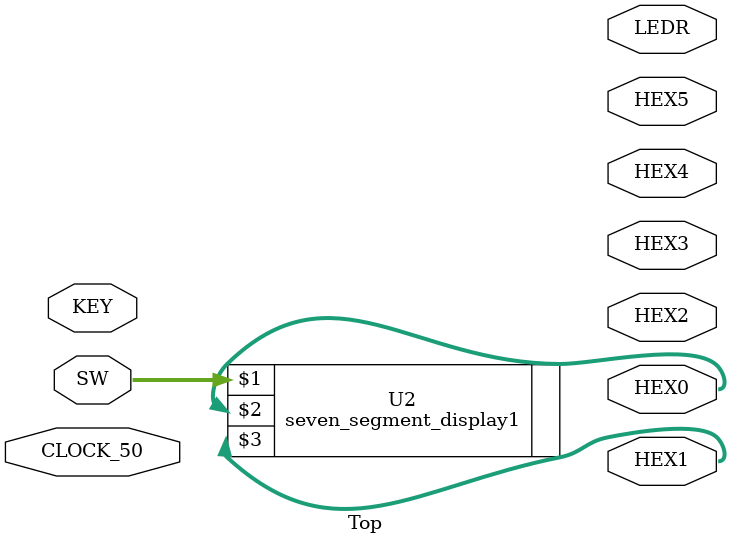
<source format=v>

`default_nettype none

module Top (CLOCK_50, KEY, SW, HEX0, HEX1, HEX2, HEX3, HEX4, HEX5, LEDR);
    input  wire         CLOCK_50;   // DE-series 50 MHz clock signal
    input  wire [ 3: 0] KEY;        // DE-series pushbuttons
    input  wire [ 9: 0] SW;         // DE-series switches
    output wire [ 6: 0] HEX0;       // DE-series HEX displays
    output wire [ 6: 0] HEX1;
    output wire [ 6: 0] HEX2;
    output wire [ 6: 0] HEX3;
    output wire [ 6: 0] HEX4;
    output wire [ 6: 0] HEX5;
    output wire [ 9: 0] LEDR;       // DE-series LEDs

   
    seven_segment_display1 U2 (
    SW,        // Input switches SW7-0
    HEX0,      // Output to 7-segment display HEX0
    HEX1       // Output to 7-segment display HEX1
);

endmodule

</source>
